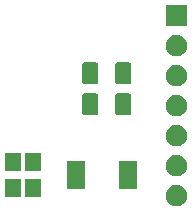
<source format=gts>
G04 #@! TF.GenerationSoftware,KiCad,Pcbnew,5.1.5+dfsg1-2build2*
G04 #@! TF.CreationDate,2022-11-08T12:44:18-05:00*
G04 #@! TF.ProjectId,si5351,73693533-3531-42e6-9b69-6361645f7063,rev?*
G04 #@! TF.SameCoordinates,Original*
G04 #@! TF.FileFunction,Soldermask,Top*
G04 #@! TF.FilePolarity,Negative*
%FSLAX46Y46*%
G04 Gerber Fmt 4.6, Leading zero omitted, Abs format (unit mm)*
G04 Created by KiCad (PCBNEW 5.1.5+dfsg1-2build2) date 2022-11-08 12:44:18*
%MOMM*%
%LPD*%
G04 APERTURE LIST*
%ADD10C,0.100000*%
G04 APERTURE END LIST*
D10*
G36*
X190113512Y-106343927D02*
G01*
X190262812Y-106373624D01*
X190426784Y-106441544D01*
X190574354Y-106540147D01*
X190699853Y-106665646D01*
X190798456Y-106813216D01*
X190866376Y-106977188D01*
X190901000Y-107151259D01*
X190901000Y-107328741D01*
X190866376Y-107502812D01*
X190798456Y-107666784D01*
X190699853Y-107814354D01*
X190574354Y-107939853D01*
X190426784Y-108038456D01*
X190262812Y-108106376D01*
X190113512Y-108136073D01*
X190088742Y-108141000D01*
X189911258Y-108141000D01*
X189886488Y-108136073D01*
X189737188Y-108106376D01*
X189573216Y-108038456D01*
X189425646Y-107939853D01*
X189300147Y-107814354D01*
X189201544Y-107666784D01*
X189133624Y-107502812D01*
X189099000Y-107328741D01*
X189099000Y-107151259D01*
X189133624Y-106977188D01*
X189201544Y-106813216D01*
X189300147Y-106665646D01*
X189425646Y-106540147D01*
X189573216Y-106441544D01*
X189737188Y-106373624D01*
X189886488Y-106343927D01*
X189911258Y-106339000D01*
X190088742Y-106339000D01*
X190113512Y-106343927D01*
G37*
G36*
X178501000Y-107351000D02*
G01*
X177199000Y-107351000D01*
X177199000Y-105849000D01*
X178501000Y-105849000D01*
X178501000Y-107351000D01*
G37*
G36*
X176801000Y-107351000D02*
G01*
X175499000Y-107351000D01*
X175499000Y-105849000D01*
X176801000Y-105849000D01*
X176801000Y-107351000D01*
G37*
G36*
X186651000Y-106701000D02*
G01*
X185149000Y-106701000D01*
X185149000Y-104299000D01*
X186651000Y-104299000D01*
X186651000Y-106701000D01*
G37*
G36*
X182251000Y-106701000D02*
G01*
X180749000Y-106701000D01*
X180749000Y-104299000D01*
X182251000Y-104299000D01*
X182251000Y-106701000D01*
G37*
G36*
X190113512Y-103803927D02*
G01*
X190262812Y-103833624D01*
X190426784Y-103901544D01*
X190574354Y-104000147D01*
X190699853Y-104125646D01*
X190798456Y-104273216D01*
X190866376Y-104437188D01*
X190896073Y-104586488D01*
X190901000Y-104611258D01*
X190901000Y-104788742D01*
X190896073Y-104813512D01*
X190866376Y-104962812D01*
X190798456Y-105126784D01*
X190699853Y-105274354D01*
X190574354Y-105399853D01*
X190426784Y-105498456D01*
X190262812Y-105566376D01*
X190113512Y-105596073D01*
X190088742Y-105601000D01*
X189911258Y-105601000D01*
X189886488Y-105596073D01*
X189737188Y-105566376D01*
X189573216Y-105498456D01*
X189425646Y-105399853D01*
X189300147Y-105274354D01*
X189201544Y-105126784D01*
X189133624Y-104962812D01*
X189103927Y-104813512D01*
X189099000Y-104788742D01*
X189099000Y-104611258D01*
X189103927Y-104586488D01*
X189133624Y-104437188D01*
X189201544Y-104273216D01*
X189300147Y-104125646D01*
X189425646Y-104000147D01*
X189573216Y-103901544D01*
X189737188Y-103833624D01*
X189886488Y-103803927D01*
X189911258Y-103799000D01*
X190088742Y-103799000D01*
X190113512Y-103803927D01*
G37*
G36*
X176801000Y-105151000D02*
G01*
X175499000Y-105151000D01*
X175499000Y-103649000D01*
X176801000Y-103649000D01*
X176801000Y-105151000D01*
G37*
G36*
X178501000Y-105151000D02*
G01*
X177199000Y-105151000D01*
X177199000Y-103649000D01*
X178501000Y-103649000D01*
X178501000Y-105151000D01*
G37*
G36*
X190113512Y-101263927D02*
G01*
X190262812Y-101293624D01*
X190426784Y-101361544D01*
X190574354Y-101460147D01*
X190699853Y-101585646D01*
X190798456Y-101733216D01*
X190866376Y-101897188D01*
X190901000Y-102071259D01*
X190901000Y-102248741D01*
X190866376Y-102422812D01*
X190798456Y-102586784D01*
X190699853Y-102734354D01*
X190574354Y-102859853D01*
X190426784Y-102958456D01*
X190262812Y-103026376D01*
X190113512Y-103056073D01*
X190088742Y-103061000D01*
X189911258Y-103061000D01*
X189886488Y-103056073D01*
X189737188Y-103026376D01*
X189573216Y-102958456D01*
X189425646Y-102859853D01*
X189300147Y-102734354D01*
X189201544Y-102586784D01*
X189133624Y-102422812D01*
X189099000Y-102248741D01*
X189099000Y-102071259D01*
X189133624Y-101897188D01*
X189201544Y-101733216D01*
X189300147Y-101585646D01*
X189425646Y-101460147D01*
X189573216Y-101361544D01*
X189737188Y-101293624D01*
X189886488Y-101263927D01*
X189911258Y-101259000D01*
X190088742Y-101259000D01*
X190113512Y-101263927D01*
G37*
G36*
X190113512Y-98723927D02*
G01*
X190262812Y-98753624D01*
X190426784Y-98821544D01*
X190574354Y-98920147D01*
X190699853Y-99045646D01*
X190798456Y-99193216D01*
X190866376Y-99357188D01*
X190901000Y-99531259D01*
X190901000Y-99708741D01*
X190866376Y-99882812D01*
X190798456Y-100046784D01*
X190699853Y-100194354D01*
X190574354Y-100319853D01*
X190426784Y-100418456D01*
X190262812Y-100486376D01*
X190113512Y-100516073D01*
X190088742Y-100521000D01*
X189911258Y-100521000D01*
X189886488Y-100516073D01*
X189737188Y-100486376D01*
X189573216Y-100418456D01*
X189425646Y-100319853D01*
X189300147Y-100194354D01*
X189201544Y-100046784D01*
X189133624Y-99882812D01*
X189099000Y-99708741D01*
X189099000Y-99531259D01*
X189133624Y-99357188D01*
X189201544Y-99193216D01*
X189300147Y-99045646D01*
X189425646Y-98920147D01*
X189573216Y-98821544D01*
X189737188Y-98753624D01*
X189886488Y-98723927D01*
X189911258Y-98719000D01*
X190088742Y-98719000D01*
X190113512Y-98723927D01*
G37*
G36*
X183218604Y-98578347D02*
G01*
X183255144Y-98589432D01*
X183288821Y-98607433D01*
X183318341Y-98631659D01*
X183342567Y-98661179D01*
X183360568Y-98694856D01*
X183371653Y-98731396D01*
X183376000Y-98775538D01*
X183376000Y-100224462D01*
X183371653Y-100268604D01*
X183360568Y-100305144D01*
X183342567Y-100338821D01*
X183318341Y-100368341D01*
X183288821Y-100392567D01*
X183255144Y-100410568D01*
X183218604Y-100421653D01*
X183174462Y-100426000D01*
X182225538Y-100426000D01*
X182181396Y-100421653D01*
X182144856Y-100410568D01*
X182111179Y-100392567D01*
X182081659Y-100368341D01*
X182057433Y-100338821D01*
X182039432Y-100305144D01*
X182028347Y-100268604D01*
X182024000Y-100224462D01*
X182024000Y-98775538D01*
X182028347Y-98731396D01*
X182039432Y-98694856D01*
X182057433Y-98661179D01*
X182081659Y-98631659D01*
X182111179Y-98607433D01*
X182144856Y-98589432D01*
X182181396Y-98578347D01*
X182225538Y-98574000D01*
X183174462Y-98574000D01*
X183218604Y-98578347D01*
G37*
G36*
X186018604Y-98578347D02*
G01*
X186055144Y-98589432D01*
X186088821Y-98607433D01*
X186118341Y-98631659D01*
X186142567Y-98661179D01*
X186160568Y-98694856D01*
X186171653Y-98731396D01*
X186176000Y-98775538D01*
X186176000Y-100224462D01*
X186171653Y-100268604D01*
X186160568Y-100305144D01*
X186142567Y-100338821D01*
X186118341Y-100368341D01*
X186088821Y-100392567D01*
X186055144Y-100410568D01*
X186018604Y-100421653D01*
X185974462Y-100426000D01*
X185025538Y-100426000D01*
X184981396Y-100421653D01*
X184944856Y-100410568D01*
X184911179Y-100392567D01*
X184881659Y-100368341D01*
X184857433Y-100338821D01*
X184839432Y-100305144D01*
X184828347Y-100268604D01*
X184824000Y-100224462D01*
X184824000Y-98775538D01*
X184828347Y-98731396D01*
X184839432Y-98694856D01*
X184857433Y-98661179D01*
X184881659Y-98631659D01*
X184911179Y-98607433D01*
X184944856Y-98589432D01*
X184981396Y-98578347D01*
X185025538Y-98574000D01*
X185974462Y-98574000D01*
X186018604Y-98578347D01*
G37*
G36*
X190113512Y-96183927D02*
G01*
X190262812Y-96213624D01*
X190426784Y-96281544D01*
X190574354Y-96380147D01*
X190699853Y-96505646D01*
X190798456Y-96653216D01*
X190866376Y-96817188D01*
X190901000Y-96991259D01*
X190901000Y-97168741D01*
X190866376Y-97342812D01*
X190798456Y-97506784D01*
X190699853Y-97654354D01*
X190574354Y-97779853D01*
X190426784Y-97878456D01*
X190262812Y-97946376D01*
X190113512Y-97976073D01*
X190088742Y-97981000D01*
X189911258Y-97981000D01*
X189886488Y-97976073D01*
X189737188Y-97946376D01*
X189573216Y-97878456D01*
X189425646Y-97779853D01*
X189300147Y-97654354D01*
X189201544Y-97506784D01*
X189133624Y-97342812D01*
X189099000Y-97168741D01*
X189099000Y-96991259D01*
X189133624Y-96817188D01*
X189201544Y-96653216D01*
X189300147Y-96505646D01*
X189425646Y-96380147D01*
X189573216Y-96281544D01*
X189737188Y-96213624D01*
X189886488Y-96183927D01*
X189911258Y-96179000D01*
X190088742Y-96179000D01*
X190113512Y-96183927D01*
G37*
G36*
X183218604Y-95955347D02*
G01*
X183255144Y-95966432D01*
X183288821Y-95984433D01*
X183318341Y-96008659D01*
X183342567Y-96038179D01*
X183360568Y-96071856D01*
X183371653Y-96108396D01*
X183376000Y-96152538D01*
X183376000Y-97601462D01*
X183371653Y-97645604D01*
X183360568Y-97682144D01*
X183342567Y-97715821D01*
X183318341Y-97745341D01*
X183288821Y-97769567D01*
X183255144Y-97787568D01*
X183218604Y-97798653D01*
X183174462Y-97803000D01*
X182225538Y-97803000D01*
X182181396Y-97798653D01*
X182144856Y-97787568D01*
X182111179Y-97769567D01*
X182081659Y-97745341D01*
X182057433Y-97715821D01*
X182039432Y-97682144D01*
X182028347Y-97645604D01*
X182024000Y-97601462D01*
X182024000Y-96152538D01*
X182028347Y-96108396D01*
X182039432Y-96071856D01*
X182057433Y-96038179D01*
X182081659Y-96008659D01*
X182111179Y-95984433D01*
X182144856Y-95966432D01*
X182181396Y-95955347D01*
X182225538Y-95951000D01*
X183174462Y-95951000D01*
X183218604Y-95955347D01*
G37*
G36*
X186018604Y-95955347D02*
G01*
X186055144Y-95966432D01*
X186088821Y-95984433D01*
X186118341Y-96008659D01*
X186142567Y-96038179D01*
X186160568Y-96071856D01*
X186171653Y-96108396D01*
X186176000Y-96152538D01*
X186176000Y-97601462D01*
X186171653Y-97645604D01*
X186160568Y-97682144D01*
X186142567Y-97715821D01*
X186118341Y-97745341D01*
X186088821Y-97769567D01*
X186055144Y-97787568D01*
X186018604Y-97798653D01*
X185974462Y-97803000D01*
X185025538Y-97803000D01*
X184981396Y-97798653D01*
X184944856Y-97787568D01*
X184911179Y-97769567D01*
X184881659Y-97745341D01*
X184857433Y-97715821D01*
X184839432Y-97682144D01*
X184828347Y-97645604D01*
X184824000Y-97601462D01*
X184824000Y-96152538D01*
X184828347Y-96108396D01*
X184839432Y-96071856D01*
X184857433Y-96038179D01*
X184881659Y-96008659D01*
X184911179Y-95984433D01*
X184944856Y-95966432D01*
X184981396Y-95955347D01*
X185025538Y-95951000D01*
X185974462Y-95951000D01*
X186018604Y-95955347D01*
G37*
G36*
X190113512Y-93643927D02*
G01*
X190262812Y-93673624D01*
X190426784Y-93741544D01*
X190574354Y-93840147D01*
X190699853Y-93965646D01*
X190798456Y-94113216D01*
X190866376Y-94277188D01*
X190901000Y-94451259D01*
X190901000Y-94628741D01*
X190866376Y-94802812D01*
X190798456Y-94966784D01*
X190699853Y-95114354D01*
X190574354Y-95239853D01*
X190426784Y-95338456D01*
X190262812Y-95406376D01*
X190113512Y-95436073D01*
X190088742Y-95441000D01*
X189911258Y-95441000D01*
X189886488Y-95436073D01*
X189737188Y-95406376D01*
X189573216Y-95338456D01*
X189425646Y-95239853D01*
X189300147Y-95114354D01*
X189201544Y-94966784D01*
X189133624Y-94802812D01*
X189099000Y-94628741D01*
X189099000Y-94451259D01*
X189133624Y-94277188D01*
X189201544Y-94113216D01*
X189300147Y-93965646D01*
X189425646Y-93840147D01*
X189573216Y-93741544D01*
X189737188Y-93673624D01*
X189886488Y-93643927D01*
X189911258Y-93639000D01*
X190088742Y-93639000D01*
X190113512Y-93643927D01*
G37*
G36*
X190901000Y-92901000D02*
G01*
X189099000Y-92901000D01*
X189099000Y-91099000D01*
X190901000Y-91099000D01*
X190901000Y-92901000D01*
G37*
M02*

</source>
